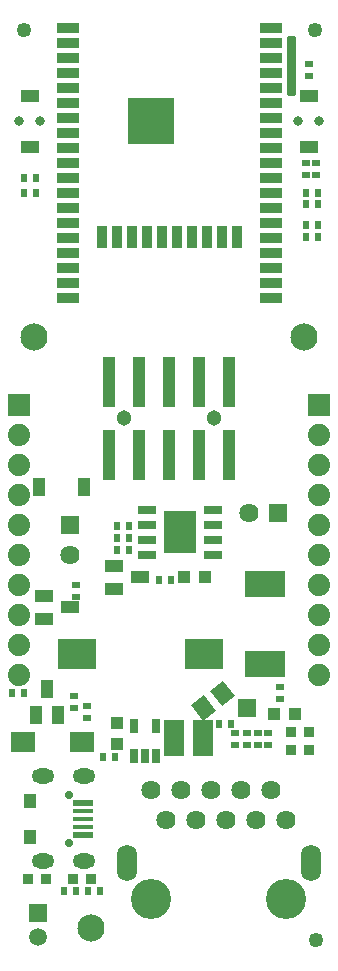
<source format=gbr>
G04 #@! TF.GenerationSoftware,KiCad,Pcbnew,5.1.6-c6e7f7d~87~ubuntu18.04.1*
G04 #@! TF.CreationDate,2022-07-26T15:18:22+03:00*
G04 #@! TF.ProjectId,ESP32-PoE_Rev_K,45535033-322d-4506-9f45-5f5265765f4b,K*
G04 #@! TF.SameCoordinates,Original*
G04 #@! TF.FileFunction,Soldermask,Top*
G04 #@! TF.FilePolarity,Negative*
%FSLAX46Y46*%
G04 Gerber Fmt 4.6, Leading zero omitted, Abs format (unit mm)*
G04 Created by KiCad (PCBNEW 5.1.6-c6e7f7d~87~ubuntu18.04.1) date 2022-07-26 15:18:22*
%MOMM*%
%LPD*%
G01*
G04 APERTURE LIST*
%ADD10R,1.625600X1.625600*%
%ADD11C,1.625600*%
%ADD12R,1.601600X1.001600*%
%ADD13C,0.801600*%
%ADD14R,0.651600X1.301600*%
%ADD15C,0.100000*%
%ADD16R,1.701600X3.101600*%
%ADD17O,1.701600X3.101599*%
%ADD18C,3.401601*%
%ADD19R,1.524000X1.524000*%
%ADD20R,0.601600X0.651600*%
%ADD21R,1.117600X1.117600*%
%ADD22R,0.901600X0.901600*%
%ADD23R,0.651600X0.601600*%
%ADD24C,1.879600*%
%ADD25R,1.879600X1.879600*%
%ADD26R,3.301600X2.601600*%
%ADD27R,3.501600X2.301600*%
%ADD28R,2.101600X1.801600*%
%ADD29C,1.254000*%
%ADD30R,1.751600X0.601600*%
%ADD31R,1.751600X0.426600*%
%ADD32C,0.701600*%
%ADD33R,1.101600X1.201600*%
%ADD34O,1.901600X1.301600*%
%ADD35R,1.101600X1.501600*%
%ADD36R,1.501600X1.101600*%
%ADD37C,1.301600*%
%ADD38R,1.101600X4.351600*%
%ADD39R,2.701600X3.601600*%
%ADD40R,1.501600X0.701600*%
%ADD41C,1.901600*%
%ADD42R,1.901600X0.901600*%
%ADD43R,0.901600X1.901600*%
%ADD44R,4.001600X4.001600*%
%ADD45C,1.601600*%
%ADD46C,2.301600*%
%ADD47R,1.501600X1.501600*%
%ADD48C,1.501600*%
%ADD49C,0.254000*%
G04 APERTURE END LIST*
D10*
X113391000Y-132334000D03*
D11*
X110891000Y-132334000D03*
D12*
X115959000Y-101364000D03*
X115959000Y-97010000D03*
D13*
X115059000Y-99187000D03*
X116859000Y-99187000D03*
D12*
X92321000Y-101364000D03*
X92321000Y-97010000D03*
D13*
X91421000Y-99187000D03*
X93221000Y-99187000D03*
D14*
X101158000Y-152938000D03*
X102108000Y-152938000D03*
X103058000Y-152938000D03*
X101158000Y-150338000D03*
X103058000Y-150338000D03*
D15*
G36*
X109703065Y-147811251D02*
G01*
X108622230Y-148655692D01*
X107621411Y-147374701D01*
X108702246Y-146530260D01*
X109703065Y-147811251D01*
G37*
G36*
X108101827Y-149062275D02*
G01*
X107020992Y-149906716D01*
X106020173Y-148625725D01*
X107101008Y-147781284D01*
X108101827Y-149062275D01*
G37*
D16*
X104591000Y-151384000D03*
X106991000Y-151384000D03*
D11*
X102616000Y-155806000D03*
X103886000Y-158346000D03*
X105156000Y-155806000D03*
X106426000Y-158346000D03*
X107696000Y-155806000D03*
X108966000Y-158346000D03*
X110236000Y-155806000D03*
X111506000Y-158346000D03*
X112776000Y-155806000D03*
X114046000Y-158346000D03*
D17*
X100531000Y-161946000D03*
X116131000Y-161946000D03*
D18*
X102616000Y-164996000D03*
X114046000Y-164996000D03*
D19*
X110744000Y-148844000D03*
D20*
X109347000Y-150241000D03*
X108331000Y-150241000D03*
D21*
X99695000Y-151892000D03*
X99695000Y-150114000D03*
D20*
X91821000Y-147574000D03*
X90805000Y-147574000D03*
X92837000Y-105283000D03*
X91821000Y-105283000D03*
D22*
X115951000Y-150876000D03*
X114427000Y-150876000D03*
X115951000Y-152400000D03*
X114427000Y-152400000D03*
D20*
X116713000Y-107950000D03*
X115697000Y-107950000D03*
X115697000Y-108966000D03*
X116713000Y-108966000D03*
X115697000Y-105283000D03*
X116713000Y-105283000D03*
X115697000Y-106172000D03*
X116713000Y-106172000D03*
X98552000Y-153035000D03*
X99568000Y-153035000D03*
D23*
X97155000Y-149733000D03*
X97155000Y-148717000D03*
X113538000Y-147066000D03*
X113538000Y-148082000D03*
D20*
X96266000Y-164338000D03*
X95250000Y-164338000D03*
D23*
X111633000Y-152019000D03*
X111633000Y-151003000D03*
X112522000Y-152019000D03*
X112522000Y-151003000D03*
X109728000Y-152019000D03*
X109728000Y-151003000D03*
X110744000Y-152019000D03*
X110744000Y-151003000D03*
D20*
X97282000Y-164338000D03*
X98298000Y-164338000D03*
D23*
X96266000Y-139446000D03*
X96266000Y-138430000D03*
X96075500Y-147828000D03*
X96075500Y-148844000D03*
D24*
X116840000Y-130840000D03*
X116840000Y-128300000D03*
X116840000Y-125760000D03*
D25*
X116840000Y-123220000D03*
D24*
X116840000Y-133380000D03*
X116840000Y-135920000D03*
X116840000Y-141000000D03*
X116840000Y-138460000D03*
X116840000Y-143540000D03*
X116840000Y-146080000D03*
X91440000Y-130840000D03*
X91440000Y-128300000D03*
X91440000Y-125760000D03*
D25*
X91440000Y-123220000D03*
D24*
X91440000Y-133380000D03*
X91440000Y-135920000D03*
X91440000Y-141000000D03*
X91440000Y-138460000D03*
X91440000Y-143540000D03*
X91440000Y-146080000D03*
D26*
X96377000Y-144272000D03*
X107077000Y-144272000D03*
D27*
X112217200Y-138332000D03*
X112217200Y-145132000D03*
D28*
X96734000Y-151765000D03*
X91734000Y-151765000D03*
D29*
X116586000Y-168529000D03*
X116459000Y-91440000D03*
X91821000Y-91440000D03*
D22*
X93726000Y-163322000D03*
X92202000Y-163322000D03*
D21*
X113030000Y-149352000D03*
X114808000Y-149352000D03*
D22*
X97536000Y-163322000D03*
X96012000Y-163322000D03*
D30*
X96876000Y-156854500D03*
D31*
X96876000Y-157592000D03*
X96876000Y-158242000D03*
X96876000Y-158892000D03*
D30*
X96876000Y-159629500D03*
D32*
X95626000Y-156242000D03*
X95626000Y-160242000D03*
D33*
X92326000Y-156742000D03*
X92326000Y-159742000D03*
D34*
X93476000Y-154642000D03*
X96946000Y-154642000D03*
X96946000Y-161842000D03*
X93476000Y-161842000D03*
D35*
X92839540Y-149479000D03*
X94742000Y-149479000D03*
X93786960Y-147269200D03*
D36*
X99476560Y-136845040D03*
X99476560Y-138747500D03*
X101686360Y-137792460D03*
D23*
X115951000Y-94361000D03*
X115951000Y-95377000D03*
X115697000Y-103759000D03*
X115697000Y-102743000D03*
X116586000Y-102743000D03*
X116586000Y-103759000D03*
D36*
X95715000Y-140335000D03*
X93515000Y-141285000D03*
X93515000Y-139385000D03*
D37*
X107950000Y-124333000D03*
D38*
X99060000Y-127458000D03*
X99060000Y-121208000D03*
X101600000Y-127458000D03*
X101600000Y-121208000D03*
X104140000Y-127458000D03*
X104140000Y-121208000D03*
X106680000Y-127458000D03*
X106680000Y-121208000D03*
X109220000Y-127458000D03*
X109220000Y-121208000D03*
D37*
X100330000Y-124333000D03*
D20*
X92837000Y-104013000D03*
X91821000Y-104013000D03*
X99695000Y-134493000D03*
X100711000Y-134493000D03*
X103251000Y-138049000D03*
X104267000Y-138049000D03*
X99695000Y-133477000D03*
X100711000Y-133477000D03*
X99695000Y-135509000D03*
X100711000Y-135509000D03*
D39*
X105029000Y-133985000D03*
D40*
X102229000Y-135890000D03*
X102229000Y-134620000D03*
X102229000Y-133350000D03*
X102229000Y-132080000D03*
X107829000Y-132080000D03*
X107829000Y-133350000D03*
X107829000Y-134620000D03*
X107829000Y-135890000D03*
D41*
X105029000Y-133985000D03*
D11*
X95758000Y-135870000D03*
D10*
X95758000Y-133370000D03*
D35*
X93096000Y-130175000D03*
X96896000Y-130175000D03*
D21*
X107188000Y-137795000D03*
X105410000Y-137795000D03*
D42*
X112740000Y-112898000D03*
X112740000Y-111628000D03*
X112740000Y-110358000D03*
X112740000Y-109088000D03*
X112740000Y-114168000D03*
X95540000Y-114168000D03*
X95540000Y-109088000D03*
X95540000Y-110358000D03*
X95540000Y-111628000D03*
X95540000Y-112898000D03*
X95540000Y-91308000D03*
X95540000Y-92578000D03*
X95540000Y-93848000D03*
X95540000Y-95118000D03*
X95540000Y-96388000D03*
X95540000Y-97658000D03*
X95540000Y-98928000D03*
X95540000Y-100198000D03*
X95540000Y-101468000D03*
X95540000Y-102738000D03*
X95540000Y-104008000D03*
X95540000Y-105278000D03*
X95540000Y-106548000D03*
X95540000Y-107818000D03*
D43*
X98425000Y-108968000D03*
X99695000Y-108968000D03*
X100965000Y-108968000D03*
X102235000Y-108968000D03*
X103505000Y-108968000D03*
X104775000Y-108968000D03*
X106045000Y-108968000D03*
X107315000Y-108968000D03*
X108585000Y-108968000D03*
X109855000Y-108968000D03*
D42*
X112740000Y-107818000D03*
X112740000Y-106548000D03*
X112740000Y-105278000D03*
X112740000Y-104008000D03*
X112740000Y-102738000D03*
X112740000Y-101468000D03*
X112740000Y-100198000D03*
X112740000Y-98928000D03*
X112740000Y-97658000D03*
X112740000Y-96388000D03*
X112740000Y-95118000D03*
X112740000Y-93848000D03*
X112740000Y-92578000D03*
X112740000Y-91308000D03*
D44*
X102640000Y-99108000D03*
D45*
X102640000Y-99108000D03*
D46*
X92710000Y-117475000D03*
X115570000Y-117475000D03*
X97536000Y-167513000D03*
D47*
X93070680Y-166230300D03*
D48*
X93073220Y-168259760D03*
D49*
G36*
X114681000Y-96837500D02*
G01*
X114173000Y-96837500D01*
X114173000Y-92075000D01*
X114681000Y-92075000D01*
X114681000Y-96837500D01*
G37*
X114681000Y-96837500D02*
X114173000Y-96837500D01*
X114173000Y-92075000D01*
X114681000Y-92075000D01*
X114681000Y-96837500D01*
M02*

</source>
